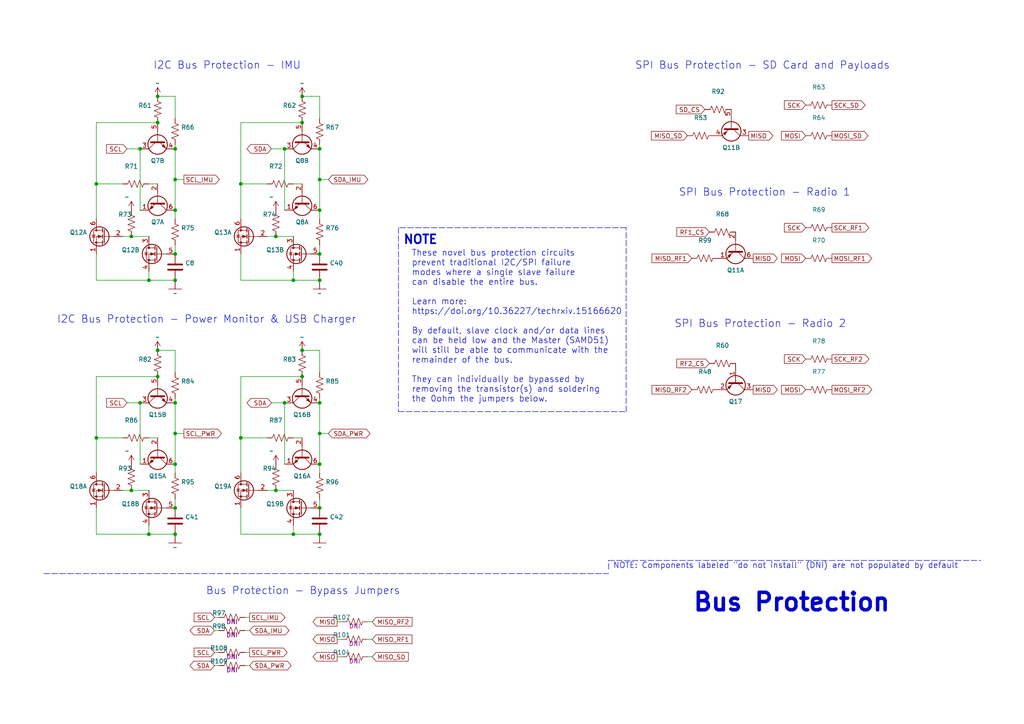
<source format=kicad_sch>
(kicad_sch (version 20211123) (generator eeschema)
  (paper "A4")
  (title_block (title "PyCubed Mainboard") (date "2021-06-09") (rev "v05c") (company "Max Holliday"))
  (lib_symbols
    (symbol "Device:C" (pin_numbers hide) (pin_names (offset 0.254))
      (property "Reference" "C" (at 0.635 2.54 0))
      (property "Value" "C" (at 0.635 -2.54 0))
      (symbol "C_0_1"
        (polyline (pts (xy -2.032 -0.762) (xy 2.032 -0.762)) (stroke (width 0.508)))
        (polyline (pts (xy -2.032 0.762) (xy 2.032 0.762)) (stroke (width 0.508)))
      )
      (symbol "C_1_1"
        (pin passive line (at 0 3.81 270) (length 2.794) (name "~") (number "1"))
        (pin passive line (at 0 -3.81 90) (length 2.794) (name "~") (number "2"))
      )
    )
    (symbol "Device:R_US" (pin_numbers hide) (pin_names (offset 0))
      (property "Reference" "R" (at 2.54 0 90))
      (property "Value" "R_US" (at -2.54 0 90))
      (symbol "R_US_0_1"
        (polyline (pts (xy 0 -2.286) (xy 0 -2.54)))
        (polyline (pts (xy 0 2.286) (xy 0 2.54)))
        (polyline (pts (xy 0 -0.762) (xy 1.016 -1.143) (xy 0 -1.524) (xy -1.016 -1.905) (xy 0 -2.286)))
        (polyline (pts (xy 0 0.762) (xy 1.016 0.381) (xy 0 0) (xy -1.016 -0.381) (xy 0 -0.762)))
        (polyline (pts (xy 0 2.286) (xy 1.016 1.905) (xy 0 1.524) (xy -1.016 1.143) (xy 0 0.762)))
      )
      (symbol "R_US_1_1"
        (pin passive line (at 0 3.81 270) (length 1.27) (name "~") (number "1"))
        (pin passive line (at 0 -3.81 90) (length 1.27) (name "~") (number "2"))
      )
    )
    (symbol "Transistor_BJT:MBT2222ADW1T1" (pin_names (offset 0) hide)
      (property "Reference" "Q" (at 5.08 1.27 0))
      (property "Value" "MBT2222ADW1T1" (at 5.08 -1.27 0))
      (symbol "MBT2222ADW1T1_0_1"
        (polyline (pts (xy 0.635 0) (xy -2.54 0)))
        (polyline (pts (xy 0.635 0.635) (xy 2.54 2.54)))
        (polyline (pts (xy 0.635 -0.635) (xy 2.54 -2.54) (xy 2.54 -2.54)))
        (polyline (pts (xy 0.635 1.905) (xy 0.635 -1.905) (xy 0.635 -1.905)) (stroke (width 0.508)))
        (polyline (pts (xy 1.27 -1.778) (xy 1.778 -1.27) (xy 2.286 -2.286) (xy 1.27 -1.778) (xy 1.27 -1.778)) (fill (type outline)))
        (circle (center 1.27 0) (radius 2.8194) (stroke (width 0.254)))
      )
      (symbol "MBT2222ADW1T1_1_1"
        (pin passive line (at 2.54 -5.08 90) (length 2.54) (name "E1") (number "1"))
        (pin input line (at -5.08 0 0) (length 2.54) (name "B1") (number "2"))
        (pin passive line (at 2.54 5.08 270) (length 2.54) (name "C1") (number "6"))
      )
      (symbol "MBT2222ADW1T1_2_1"
        (pin passive line (at 2.54 5.08 270) (length 2.54) (name "C2") (number "3"))
        (pin passive line (at 2.54 -5.08 90) (length 2.54) (name "E2") (number "4"))
        (pin input line (at -5.08 0 0) (length 2.54) (name "B2") (number "5"))
      )
    )
    (symbol "mainboard:3.3V" (power) (pin_names (offset 1.016))
      (property "Value" "3.3V" (at -1.016 3.556 0))
      (symbol "3.3V_1_0"
        (polyline (pts (xy 0 2.54) (xy -0.762 1.27)))
        (polyline (pts (xy 0.762 1.27) (xy 0 2.54)))
        (pin power_in line (at 0 0 90) (length 2.54) (name "3.3V") (number "1"))
      )
    )
    (symbol "mainboard:BSS138DWQ-7" (pin_names (offset 0.762) hide)
      (property "Reference" "Q" (at -2.54 5.08 0))
      (property "Value" "BSS138DWQ-7" (at 3.81 6.35 0))
      (symbol "BSS138DWQ-7_1_1"
        (polyline (pts (xy -1.016 0) (xy -3.81 0)))
        (polyline (pts (xy -1.016 1.905) (xy -1.016 -1.905)) (stroke (width 0.254)))
        (polyline (pts (xy -0.508 -1.27) (xy -0.508 -2.286)) (stroke (width 0.254)))
        (polyline (pts (xy -0.508 0.508) (xy -0.508 -0.508)) (stroke (width 0.254)))
        (polyline (pts (xy -0.508 2.286) (xy -0.508 1.27)) (stroke (width 0.254)))
        (polyline (pts (xy 1.27 2.54) (xy 1.27 1.778)))
        (polyline (pts (xy 1.27 -2.54) (xy 1.27 0) (xy -0.508 0)))
        (polyline (pts (xy -0.508 -1.778) (xy 2.032 -1.778) (xy 2.032 1.778) (xy -0.508 1.778)))
        (polyline (pts (xy -0.254 0) (xy 0.762 0.381) (xy 0.762 -0.381) (xy -0.254 0)) (fill (type outline)))
        (polyline (pts (xy 1.524 0.508) (xy 1.651 0.381) (xy 2.413 0.381) (xy 2.54 0.254)))
        (polyline (pts (xy 2.032 0.381) (xy 1.651 -0.254) (xy 2.413 -0.254) (xy 2.032 0.381)))
        (circle (center 0.381 0) (radius 2.794) (stroke (width 0.254)))
        (circle (center 1.27 -1.778) (radius 0.254) (fill (type outline)))
        (circle (center 1.27 1.778) (radius 0.254) (fill (type outline)))
        (pin passive line (at 1.27 -5.08 90) (length 2.54) (name "S2") (number "1"))
        (pin input line (at -6.35 0 0) (length 2.54) (name "G2") (number "2"))
        (pin passive line (at 1.27 5.08 270) (length 2.54) (name "D1") (number "6"))
      )
      (symbol "BSS138DWQ-7_2_1"
        (polyline (pts (xy -1.016 0) (xy -3.81 0)))
        (polyline (pts (xy -1.016 1.905) (xy -1.016 -1.905)) (stroke (width 0.254)))
        (polyline (pts (xy -0.508 -1.27) (xy -0.508 -2.286)) (stroke (width 0.254)))
        (polyline (pts (xy -0.508 0.508) (xy -0.508 -0.508)) (stroke (width 0.254)))
        (polyline (pts (xy -0.508 2.286) (xy -0.508 1.27)) (stroke (width 0.254)))
        (polyline (pts (xy 1.27 2.54) (xy 1.27 1.778)))
        (polyline (pts (xy 1.27 -2.54) (xy 1.27 0) (xy -0.508 0)))
        (polyline (pts (xy -0.508 -1.778) (xy 2.032 -1.778) (xy 2.032 1.778) (xy -0.508 1.778)))
        (polyline (pts (xy -0.254 0) (xy 0.762 0.381) (xy 0.762 -0.381) (xy -0.254 0)) (fill (type outline)))
        (polyline (pts (xy 1.524 0.508) (xy 1.651 0.381) (xy 2.413 0.381) (xy 2.54 0.254)))
        (polyline (pts (xy 2.032 0.381) (xy 1.651 -0.254) (xy 2.413 -0.254) (xy 2.032 0.381)))
        (circle (center 0.381 0) (radius 2.794) (stroke (width 0.254)))
        (circle (center 1.27 -1.778) (radius 0.254) (fill (type outline)))
        (circle (center 1.27 1.778) (radius 0.254) (fill (type outline)))
        (pin passive line (at 1.27 5.08 270) (length 2.54) (name "D2") (number "3"))
        (pin passive line (at 1.27 -5.08 90) (length 2.54) (name "S1") (number "4"))
        (pin input line (at -6.35 0 0) (length 2.54) (name "G1") (number "5"))
      )
    )
    (symbol "mainboard:GND" (power) (pin_names (offset 1.016))
      (property "Value" "GND" (at -2.54 -2.54 0))
      (symbol "GND_1_0"
        (polyline (pts (xy -1.905 0) (xy 1.905 0)))
        (pin power_in line (at 0 2.54 270) (length 2.54) (name "GND") (number "1"))
      )
    )
    (symbol "mainboard:MMBT2907" (pin_names (offset 0) hide)
      (property "Reference" "Q" (at 5.08 1.905 0))
      (property "Value" "MMBT2907" (at 5.08 0 0))
      (symbol "MMBT2907_0_1"
        (polyline (pts (xy 0.635 0.635) (xy 2.54 2.54)))
        (polyline (pts (xy 0.635 -0.635) (xy 2.54 -2.54) (xy 2.54 -2.54)))
        (polyline (pts (xy 0.635 1.905) (xy 0.635 -1.905) (xy 0.635 -1.905)) (stroke (width 0.508)))
        (polyline (pts (xy 2.286 -1.778) (xy 1.778 -2.286) (xy 1.27 -1.27) (xy 2.286 -1.778) (xy 2.286 -1.778)) (fill (type outline)))
        (circle (center 1.27 0) (radius 2.8194) (stroke (width 0.254)))
      )
      (symbol "MMBT2907_1_1"
        (pin input line (at -5.08 0 0) (length 5.715) (name "B") (number "1"))
        (pin passive line (at 2.54 -5.08 90) (length 2.54) (name "E") (number "2"))
        (pin passive line (at 2.54 5.08 270) (length 2.54) (name "C") (number "3"))
      )
    )
    (symbol "mainboard:MMDT2907" (pin_names (offset 0) hide)
      (property "Reference" "Q" (at 5.08 1.27 0))
      (property "Value" "MMDT2907" (at 5.08 -1.27 0))
      (symbol "MMDT2907_0_1"
        (polyline (pts (xy 0.635 0) (xy -2.54 0)))
        (polyline (pts (xy 0.635 0.635) (xy 2.54 2.54)))
        (polyline (pts (xy 0.635 -0.635) (xy 2.54 -2.54) (xy 2.54 -2.54)))
        (polyline (pts (xy 0.635 1.905) (xy 0.635 -1.905) (xy 0.635 -1.905)) (stroke (width 0.508)))
        (polyline (pts (xy 2.286 -1.778) (xy 1.778 -2.286) (xy 1.27 -1.27) (xy 2.286 -1.778) (xy 2.286 -1.778)) (fill (type outline)))
        (circle (center 1.27 0) (radius 2.8194) (stroke (width 0.254)))
      )
      (symbol "MMDT2907_1_1"
        (pin passive line (at 2.54 -5.08 90) (length 2.54) (name "E1") (number "1"))
        (pin input line (at -5.08 0 0) (length 2.54) (name "B1") (number "2"))
        (pin passive line (at 2.54 5.08 270) (length 2.54) (name "C1") (number "6"))
      )
      (symbol "MMDT2907_2_1"
        (pin passive line (at 2.54 5.08 270) (length 2.54) (name "C2") (number "3"))
        (pin passive line (at 2.54 -5.08 90) (length 2.54) (name "E2") (number "4"))
        (pin input line (at -5.08 0 0) (length 2.54) (name "B2") (number "5"))
      )
    )
  )
  (junction (at 82.55 43.18))
  (junction (at 40.64 116.84))
  (junction (at 50.8 73.66))
  (junction (at 50.8 43.18))
  (junction (at 50.8 125.73))
  (junction (at 82.55 116.84))
  (junction (at 45.72 101.6))
  (junction (at 87.63 27.94))
  (junction (at 69.85 127))
  (junction (at 50.8 147.32))
  (junction (at 92.71 147.32))
  (junction (at 43.18 81.28))
  (junction (at 80.01 142.24))
  (junction (at 92.71 43.18))
  (junction (at 50.8 60.96))
  (junction (at 87.63 35.56))
  (junction (at 40.64 43.18))
  (junction (at 50.8 116.84))
  (junction (at 45.72 27.94))
  (junction (at 45.72 35.56))
  (junction (at 92.71 125.73))
  (junction (at 27.94 53.34))
  (junction (at 92.71 60.96))
  (junction (at 69.85 53.34))
  (junction (at 50.8 52.07))
  (junction (at 50.8 134.62))
  (junction (at 43.18 154.94))
  (junction (at 38.1 68.58))
  (junction (at 38.1 142.24))
  (junction (at 92.71 81.28))
  (junction (at 92.71 154.94))
  (junction (at 87.63 101.6))
  (junction (at 27.94 127))
  (junction (at 80.01 68.58))
  (junction (at 92.71 116.84))
  (junction (at 87.63 109.22))
  (junction (at 85.09 81.28))
  (junction (at 85.09 154.94))
  (junction (at 92.71 52.07))
  (junction (at 50.8 154.94))
  (junction (at 45.72 109.22))
  (junction (at 50.8 81.28))
  (junction (at 92.71 73.66))
  (junction (at 92.71 134.62))
  (wire (pts (xy 72.39 179.07) (xy 71.12 179.07)))
  (polyline (pts (xy 176.53 165.1) (xy 176.53 162.56)))
  (polyline (pts (xy 181.61 66.04) (xy 115.57 66.04)))
  (wire (pts (xy 69.85 154.94) (xy 85.09 154.94)))
  (wire (pts (xy 27.94 63.5) (xy 27.94 53.34)))
  (wire (pts (xy 27.94 81.28) (xy 43.18 81.28)))
  (wire (pts (xy 50.8 134.62) (xy 50.8 125.73)))
  (wire (pts (xy 45.72 53.34) (xy 43.18 53.34)))
  (wire (pts (xy 107.95 185.42) (xy 106.68 185.42)))
  (wire (pts (xy 80.01 68.58) (xy 77.47 68.58)))
  (wire (pts (xy 72.39 193.04) (xy 71.12 193.04)))
  (wire (pts (xy 43.18 68.58) (xy 38.1 68.58)))
  (wire (pts (xy 69.85 35.56) (xy 87.63 35.56)))
  (wire (pts (xy 95.25 125.73) (xy 92.71 125.73)))
  (wire (pts (xy 69.85 127) (xy 77.47 127)))
  (wire (pts (xy 45.72 127) (xy 43.18 127)))
  (wire (pts (xy 50.8 27.94) (xy 45.72 27.94)))
  (wire (pts (xy 69.85 81.28) (xy 85.09 81.28)))
  (wire (pts (xy 80.01 142.24) (xy 77.47 142.24)))
  (wire (pts (xy 27.94 147.32) (xy 27.94 154.94)))
  (wire (pts (xy 85.09 81.28) (xy 92.71 81.28)))
  (wire (pts (xy 62.23 189.23) (xy 63.5 189.23)))
  (wire (pts (xy 107.95 180.34) (xy 106.68 180.34)))
  (wire (pts (xy 36.83 116.84) (xy 40.64 116.84)))
  (wire (pts (xy 92.71 63.5) (xy 92.71 60.96)))
  (wire (pts (xy 43.18 154.94) (xy 50.8 154.94)))
  (wire (pts (xy 53.34 125.73) (xy 50.8 125.73)))
  (wire (pts (xy 50.8 115.57) (xy 50.8 116.84)))
  (wire (pts (xy 43.18 78.74) (xy 43.18 81.28)))
  (wire (pts (xy 43.18 81.28) (xy 50.8 81.28)))
  (wire (pts (xy 85.09 154.94) (xy 92.71 154.94)))
  (wire (pts (xy 50.8 60.96) (xy 50.8 52.07)))
  (wire (pts (xy 69.85 127) (xy 69.85 109.22)))
  (wire (pts (xy 50.8 144.78) (xy 50.8 147.32)))
  (wire (pts (xy 50.8 52.07) (xy 50.8 43.18)))
  (wire (pts (xy 92.71 41.91) (xy 92.71 43.18)))
  (wire (pts (xy 78.74 116.84) (xy 82.55 116.84)))
  (wire (pts (xy 53.34 52.07) (xy 50.8 52.07)))
  (wire (pts (xy 50.8 137.16) (xy 50.8 134.62)))
  (wire (pts (xy 92.71 125.73) (xy 92.71 116.84)))
  (wire (pts (xy 27.94 35.56) (xy 45.72 35.56)))
  (wire (pts (xy 36.83 43.18) (xy 40.64 43.18)))
  (wire (pts (xy 69.85 63.5) (xy 69.85 53.34)))
  (wire (pts (xy 92.71 27.94) (xy 87.63 27.94)))
  (polyline (pts (xy 115.57 66.04) (xy 115.57 119.38)))
  (wire (pts (xy 95.25 52.07) (xy 92.71 52.07)))
  (wire (pts (xy 97.79 180.34) (xy 99.06 180.34)))
  (wire (pts (xy 92.71 115.57) (xy 92.71 116.84)))
  (wire (pts (xy 27.94 154.94) (xy 43.18 154.94)))
  (wire (pts (xy 69.85 53.34) (xy 77.47 53.34)))
  (wire (pts (xy 62.23 182.88) (xy 63.5 182.88)))
  (wire (pts (xy 97.79 190.5) (xy 99.06 190.5)))
  (wire (pts (xy 92.71 144.78) (xy 92.71 147.32)))
  (wire (pts (xy 27.94 127) (xy 27.94 109.22)))
  (wire (pts (xy 50.8 107.95) (xy 50.8 101.6)))
  (wire (pts (xy 62.23 193.04) (xy 63.5 193.04)))
  (wire (pts (xy 69.85 53.34) (xy 69.85 35.56)))
  (wire (pts (xy 72.39 182.88) (xy 71.12 182.88)))
  (wire (pts (xy 50.8 125.73) (xy 50.8 116.84)))
  (wire (pts (xy 27.94 109.22) (xy 45.72 109.22)))
  (wire (pts (xy 78.74 43.18) (xy 82.55 43.18)))
  (wire (pts (xy 38.1 142.24) (xy 35.56 142.24)))
  (wire (pts (xy 92.71 60.96) (xy 92.71 52.07)))
  (wire (pts (xy 43.18 142.24) (xy 38.1 142.24)))
  (wire (pts (xy 69.85 109.22) (xy 87.63 109.22)))
  (wire (pts (xy 92.71 134.62) (xy 92.71 125.73)))
  (wire (pts (xy 87.63 127) (xy 85.09 127)))
  (wire (pts (xy 85.09 152.4) (xy 85.09 154.94)))
  (wire (pts (xy 69.85 147.32) (xy 69.85 154.94)))
  (wire (pts (xy 27.94 73.66) (xy 27.94 81.28)))
  (wire (pts (xy 50.8 41.91) (xy 50.8 43.18)))
  (wire (pts (xy 92.71 52.07) (xy 92.71 43.18)))
  (wire (pts (xy 97.79 185.42) (xy 99.06 185.42)))
  (wire (pts (xy 72.39 189.23) (xy 71.12 189.23)))
  (wire (pts (xy 27.94 127) (xy 35.56 127)))
  (wire (pts (xy 92.71 107.95) (xy 92.71 101.6)))
  (polyline (pts (xy 12.7 166.37) (xy 176.53 166.37)))
  (wire (pts (xy 85.09 68.58) (xy 80.01 68.58)))
  (polyline (pts (xy 115.57 119.38) (xy 181.61 119.38)))
  (wire (pts (xy 82.55 116.84) (xy 82.55 134.62)))
  (wire (pts (xy 69.85 137.16) (xy 69.85 127)))
  (polyline (pts (xy 176.53 162.56) (xy 284.48 162.56)))
  (wire (pts (xy 92.71 137.16) (xy 92.71 134.62)))
  (wire (pts (xy 87.63 53.34) (xy 85.09 53.34)))
  (wire (pts (xy 92.71 101.6) (xy 87.63 101.6)))
  (wire (pts (xy 62.23 179.07) (xy 63.5 179.07)))
  (wire (pts (xy 40.64 43.18) (xy 40.64 60.96)))
  (wire (pts (xy 38.1 68.58) (xy 35.56 68.58)))
  (wire (pts (xy 27.94 53.34) (xy 35.56 53.34)))
  (wire (pts (xy 82.55 43.18) (xy 82.55 60.96)))
  (wire (pts (xy 50.8 71.12) (xy 50.8 73.66)))
  (polyline (pts (xy 181.61 119.38) (xy 181.61 66.04)))
  (wire (pts (xy 50.8 63.5) (xy 50.8 60.96)))
  (wire (pts (xy 50.8 101.6) (xy 45.72 101.6)))
  (wire (pts (xy 85.09 142.24) (xy 80.01 142.24)))
  (wire (pts (xy 107.95 190.5) (xy 106.68 190.5)))
  (wire (pts (xy 40.64 116.84) (xy 40.64 134.62)))
  (wire (pts (xy 85.09 78.74) (xy 85.09 81.28)))
  (wire (pts (xy 27.94 137.16) (xy 27.94 127)))
  (wire (pts (xy 92.71 71.12) (xy 92.71 73.66)))
  (wire (pts (xy 92.71 34.29) (xy 92.71 27.94)))
  (wire (pts (xy 43.18 152.4) (xy 43.18 154.94)))
  (wire (pts (xy 69.85 73.66) (xy 69.85 81.28)))
  (wire (pts (xy 27.94 53.34) (xy 27.94 35.56)))
  (wire (pts (xy 50.8 34.29) (xy 50.8 27.94)))
  (text "NOTE" (at 116.84 71.12 0) (effects (font (size 2.54 2.54) (thickness 0.508) bold) (justify left bottom)))
  (text "Bus Protection - Bypass Jumpers" (at 59.69 172.72 0) (effects (font (size 2.159 2.159)) (justify left bottom)))
  (text "These novel bus protection circuits\nprevent traditional I2C/SPI failure \nmodes where a single slave failure\ncan disable the entire bus.\n\nLearn more: \nhttps://doi.org/10.36227/techrxiv.15166620\n\nBy default, slave clock and/or data lines \ncan be held low and the Master (SAMD51) \nwill still be able to communicate with the \nremainder of the bus.\n\nThey can individually be bypassed by \nremoving the transistor(s) and soldering\nthe 0ohm the jumpers below." (at 119.38 116.84 0) (effects (font (size 1.7526 1.7526)) (justify left bottom)))
  (text "I2C Bus Protection - IMU" (at 44.45 20.32 0) (effects (font (size 2.159 2.159)) (justify left bottom)))
  (text "NOTE: Components labeled \"do not install\" (DNI) are not populated by default" (at 177.8 165.1 0) (effects (font (size 1.651 1.651)) (justify left bottom)))
  (text "I2C Bus Protection - Power Monitor & USB Charger" (at 16.51 93.98 0) (effects (font (size 2.159 2.159)) (justify left bottom)))
  (text "Bus Protection" (at 200.66 177.8 0) (effects (font (size 5.08 5.08) (thickness 1.016) bold) (justify left bottom)))
  (text "SPI Bus Protection - Radio 2" (at 195.58 95.25 0) (effects (font (size 2.159 2.159)) (justify left bottom)))
  (text "SPI Bus Protection - Radio 1" (at 196.85 57.15 0) (effects (font (size 2.159 2.159)) (justify left bottom)))
  (text "SPI Bus Protection - SD Card and Payloads" (at 184.15 20.32 0) (effects (font (size 2.159 2.159)) (justify left bottom)))
  (global_label "SCK" (shape input) (at 233.68 66.04 180) (property "Intersheet References" "${INTERSHEET_REFS}" (effects hide)))
  (global_label "SCL" (shape input) (at 62.23 179.07 180) (property "Intersheet References" "${INTERSHEET_REFS}" (effects hide)))
  (global_label "MOSI" (shape input) (at 233.68 39.37 180) (property "Intersheet References" "${INTERSHEET_REFS}" (effects hide)))
  (global_label "MISO_RF1" (shape input) (at 200.66 74.93 180) (property "Intersheet References" "${INTERSHEET_REFS}" (effects hide)))
  (global_label "MISO" (shape output) (at 97.79 185.42 180) (property "Intersheet References" "${INTERSHEET_REFS}" (effects hide)))
  (global_label "SCL" (shape input) (at 62.23 189.23 180) (property "Intersheet References" "${INTERSHEET_REFS}" (effects hide)))
  (global_label "MOSI_RF1" (shape output) (at 241.3 74.93 0) (property "Intersheet References" "${INTERSHEET_REFS}" (effects hide)))
  (global_label "RF1_CS" (shape input) (at 205.74 67.31 180) (property "Intersheet References" "${INTERSHEET_REFS}" (effects hide)))
  (global_label "MOSI" (shape input) (at 233.68 113.03 180) (property "Intersheet References" "${INTERSHEET_REFS}" (effects hide)))
  (global_label "SCL_IMU" (shape output) (at 53.34 52.07 0) (property "Intersheet References" "${INTERSHEET_REFS}" (effects hide)))
  (global_label "SCL" (shape input) (at 36.83 43.18 180) (property "Intersheet References" "${INTERSHEET_REFS}" (effects hide)))
  (global_label "SDA" (shape bidirectional) (at 78.74 43.18 180) (property "Intersheet References" "${INTERSHEET_REFS}" (effects hide)))
  (global_label "SCK" (shape input) (at 233.68 104.14 180) (property "Intersheet References" "${INTERSHEET_REFS}" (effects hide)))
  (global_label "SCL_IMU" (shape output) (at 72.39 179.07 0) (property "Intersheet References" "${INTERSHEET_REFS}" (effects hide)))
  (global_label "SDA" (shape bidirectional) (at 62.23 182.88 180) (property "Intersheet References" "${INTERSHEET_REFS}" (effects hide)))
  (global_label "MISO" (shape output) (at 97.79 190.5 180) (property "Intersheet References" "${INTERSHEET_REFS}" (effects hide)))
  (global_label "SDA_IMU" (shape bidirectional) (at 95.25 52.07 0) (property "Intersheet References" "${INTERSHEET_REFS}" (effects hide)))
  (global_label "SDA_PWR" (shape bidirectional) (at 72.39 193.04 0) (property "Intersheet References" "${INTERSHEET_REFS}" (effects hide)))
  (global_label "MISO_RF2" (shape input) (at 200.66 113.03 180) (property "Intersheet References" "${INTERSHEET_REFS}" (effects hide)))
  (global_label "RF2_CS" (shape input) (at 205.74 105.41 180) (property "Intersheet References" "${INTERSHEET_REFS}" (effects hide)))
  (global_label "MISO_SD" (shape input) (at 107.95 190.5 0) (property "Intersheet References" "${INTERSHEET_REFS}" (effects hide)))
  (global_label "SCK_RF2" (shape output) (at 241.3 104.14 0) (property "Intersheet References" "${INTERSHEET_REFS}" (effects hide)))
  (global_label "MISO_RF1" (shape input) (at 107.95 185.42 0) (property "Intersheet References" "${INTERSHEET_REFS}" (effects hide)))
  (global_label "MOSI_SD" (shape output) (at 241.3 39.37 0) (property "Intersheet References" "${INTERSHEET_REFS}" (effects hide)))
  (global_label "MOSI" (shape input) (at 233.68 74.93 180) (property "Intersheet References" "${INTERSHEET_REFS}" (effects hide)))
  (global_label "SCK_RF1" (shape output) (at 241.3 66.04 0) (property "Intersheet References" "${INTERSHEET_REFS}" (effects hide)))
  (global_label "SDA_IMU" (shape bidirectional) (at 72.39 182.88 0) (property "Intersheet References" "${INTERSHEET_REFS}" (effects hide)))
  (global_label "SCL" (shape input) (at 36.83 116.84 180) (property "Intersheet References" "${INTERSHEET_REFS}" (effects hide)))
  (global_label "MISO" (shape output) (at 218.44 74.93 0) (property "Intersheet References" "${INTERSHEET_REFS}" (effects hide)))
  (global_label "MOSI_RF2" (shape output) (at 241.3 113.03 0) (property "Intersheet References" "${INTERSHEET_REFS}" (effects hide)))
  (global_label "SCK_SD" (shape output) (at 241.3 30.48 0) (property "Intersheet References" "${INTERSHEET_REFS}" (effects hide)))
  (global_label "SD_CS" (shape input) (at 204.47 31.75 180) (property "Intersheet References" "${INTERSHEET_REFS}" (effects hide)))
  (global_label "SCK" (shape input) (at 233.68 30.48 180) (property "Intersheet References" "${INTERSHEET_REFS}" (effects hide)))
  (global_label "SCL_PWR" (shape output) (at 53.34 125.73 0) (property "Intersheet References" "${INTERSHEET_REFS}" (effects hide)))
  (global_label "MISO_SD" (shape input) (at 199.39 39.37 180) (property "Intersheet References" "${INTERSHEET_REFS}" (effects hide)))
  (global_label "MISO" (shape output) (at 97.79 180.34 180) (property "Intersheet References" "${INTERSHEET_REFS}" (effects hide)))
  (global_label "MISO" (shape output) (at 218.44 113.03 0) (property "Intersheet References" "${INTERSHEET_REFS}" (effects hide)))
  (global_label "SDA" (shape bidirectional) (at 62.23 193.04 180) (property "Intersheet References" "${INTERSHEET_REFS}" (effects hide)))
  (global_label "SDA" (shape bidirectional) (at 78.74 116.84 180) (property "Intersheet References" "${INTERSHEET_REFS}" (effects hide)))
  (global_label "MISO_RF2" (shape input) (at 107.95 180.34 0) (property "Intersheet References" "${INTERSHEET_REFS}" (effects hide)))
  (global_label "SDA_PWR" (shape bidirectional) (at 95.25 125.73 0) (property "Intersheet References" "${INTERSHEET_REFS}" (effects hide)))
  (global_label "SCL_PWR" (shape output) (at 72.39 189.23 0) (property "Intersheet References" "${INTERSHEET_REFS}" (effects hide)))
  (global_label "MISO" (shape output) (at 217.17 39.37 0) (property "Intersheet References" "${INTERSHEET_REFS}" (effects hide)))
  (symbol (lib_id "mainboard:BSS138DWQ-7") (at 29.21 68.58 0) (mirror y) (unit 1)
    (property "Reference" "Q12" (at 25.273 67.4116 0) (effects (justify left)))
    (property "Datasheet" "https://www.diodes.com/assets/Datasheets/BSS138DWQ.pdf" (effects hide))
    (property "Description" "Dual N-Channel MOSFET - 2NMOS" (effects hide))
    (property "Flight" "BSS138DWQ-7" (effects hide))
    (property "Manufacturer_Name" "Diodes Incorporated" (effects hide))
    (property "Manufacturer_Part_Number" "BSS138DWQ-7" (effects hide))
    (property "Proto" "BSS138DWQ-7" (effects hide))
  )
  (symbol (lib_id "mainboard:BSS138DWQ-7") (at 44.45 73.66 0) (mirror y) (unit 2)
    (property "Reference" "Q12" (at 40.513 72.4916 0) (effects (justify left)))
    (property "Datasheet" "https://www.diodes.com/assets/Datasheets/BSS138DWQ.pdf" (effects hide))
    (property "Description" "Dual N-Channel MOSFET - 2NMOS" (effects hide))
    (property "Flight" "BSS138DWQ-7" (effects hide))
    (property "Manufacturer_Name" "Diodes Incorporated" (effects hide))
    (property "Manufacturer_Part_Number" "BSS138DWQ-7" (effects hide))
    (property "Proto" "BSS138DWQ-7" (effects hide))
  )
  (symbol (lib_id "Transistor_BJT:MBT2222ADW1T1") (at 45.72 58.42 270) (unit 1)
    (property "Reference" "Q7" (at 45.72 64.4144 90))
    (property "Datasheet" "http://www.onsemi.com/pub_link/Collateral/MBT2222ADW1T1-D.PDF" (effects hide))
    (property "Description" "Dual NPN BJT - 2NPN" (effects hide))
    (property "Flight" "MBT2222ADW1T1G" (effects hide))
    (property "Manufacturer_Name" "ON Semiconductor" (effects hide))
    (property "Manufacturer_Part_Number" "MBT2222ADW1T1G" (effects hide))
    (property "Proto" "MBT2222ADW1T1G" (effects hide))
  )
  (symbol (lib_id "Transistor_BJT:MBT2222ADW1T1") (at 45.72 40.64 90) (mirror x) (unit 2)
    (property "Reference" "Q7" (at 45.72 46.609 90))
    (property "Datasheet" "http://www.onsemi.com/pub_link/Collateral/MBT2222ADW1T1-D.PDF" (effects hide))
    (property "Description" "Dual NPN BJT - 2NPN" (effects hide))
    (property "Flight" "MBT2222ADW1T1G" (effects hide))
    (property "Manufacturer_Name" "ON Semiconductor" (effects hide))
    (property "Manufacturer_Part_Number" "MBT2222ADW1T1G" (effects hide))
    (property "Proto" "MBT2222ADW1T1G" (effects hide))
  )
  (symbol (lib_id "Device:C") (at 50.8 77.47 0) (unit 1)
    (property "Reference" "C8" (at 53.721 76.3016 0) (effects (justify left)))
    (property "Description" "10nF +-10% 50V X7R" (effects hide))
  )
  (symbol (lib_id "mainboard:GND") (at 50.8 83.82 0) (unit 1)
    (property "Reference" "#GND045" (effects hide))
  )
  (symbol (lib_id "Device:R_US") (at 50.8 38.1 0) (unit 1)
    (property "Reference" "R66" (at 52.5272 36.9316 0) (effects (justify left)))
    (property "Description" "10K 0603" (effects hide))
  )
  (symbol (lib_id "Device:R_US") (at 45.72 31.75 0) (unit 1)
    (property "Reference" "R61" (at 44.0182 30.5816 0) (effects (justify right)))
    (property "Description" "10K 0603" (effects hide))
  )
  (symbol (lib_id "mainboard:3.3V") (at 45.72 27.94 0) (unit 1)
    (property "Reference" "#P+01" (effects hide))
  )
  (symbol (lib_id "Device:R_US") (at 39.37 53.34 270) (unit 1)
    (property "Reference" "R71" (at 38.1 48.26 90))
    (property "Description" "680 0603" (effects hide))
  )
  (symbol (lib_id "Device:R_US") (at 38.1 64.77 0) (unit 1)
    (property "Reference" "R73" (at 34.29 62.23 0) (effects (justify left)))
    (property "Description" "100K 0603" (effects hide))
  )
  (symbol (lib_id "mainboard:3.3V") (at 38.1 60.96 0) (unit 1)
    (property "Reference" "#P+07" (effects hide))
  )
  (symbol (lib_id "Device:R_US") (at 50.8 67.31 0) (unit 1)
    (property "Reference" "R75" (at 52.5272 66.1416 0) (effects (justify left)))
    (property "Description" "200K 0603" (effects hide))
  )
  (symbol (lib_id "Transistor_BJT:MBT2222ADW1T1") (at 87.63 58.42 270) (unit 1)
    (property "Reference" "Q8" (at 87.63 64.4144 90))
    (property "Datasheet" "http://www.onsemi.com/pub_link/Collateral/MBT2222ADW1T1-D.PDF" (effects hide))
    (property "Description" "Dual NPN BJT - 2NPN" (effects hide))
    (property "Flight" "MBT2222ADW1T1G" (effects hide))
    (property "Manufacturer_Name" "ON Semiconductor" (effects hide))
    (property "Manufacturer_Part_Number" "MBT2222ADW1T1G" (effects hide))
    (property "Proto" "MBT2222ADW1T1G" (effects hide))
  )
  (symbol (lib_id "Transistor_BJT:MBT2222ADW1T1") (at 87.63 40.64 90) (mirror x) (unit 2)
    (property "Reference" "Q8" (at 87.63 46.609 90))
    (property "Datasheet" "http://www.onsemi.com/pub_link/Collateral/MBT2222ADW1T1-D.PDF" (effects hide))
    (property "Description" "Dual NPN BJT - 2NPN" (effects hide))
    (property "Flight" "MBT2222ADW1T1G" (effects hide))
    (property "Manufacturer_Name" "ON Semiconductor" (effects hide))
    (property "Manufacturer_Part_Number" "MBT2222ADW1T1G" (effects hide))
    (property "Proto" "MBT2222ADW1T1G" (effects hide))
  )
  (symbol (lib_id "Device:C") (at 92.71 77.47 0) (unit 1)
    (property "Reference" "C40" (at 95.631 76.3016 0) (effects (justify left)))
    (property "Description" "10nF +-10% 50V X7R" (effects hide))
  )
  (symbol (lib_id "mainboard:GND") (at 92.71 83.82 0) (unit 1)
    (property "Reference" "#GND046" (effects hide))
  )
  (symbol (lib_id "Device:R_US") (at 87.63 31.75 0) (unit 1)
    (property "Reference" "R62" (at 85.9282 30.5816 0) (effects (justify right)))
    (property "Description" "10K 0603" (effects hide))
  )
  (symbol (lib_id "mainboard:3.3V") (at 87.63 27.94 0) (unit 1)
    (property "Reference" "#P+02" (effects hide))
  )
  (symbol (lib_id "Device:R_US") (at 81.28 53.34 270) (unit 1)
    (property "Reference" "R72" (at 80.01 48.26 90))
    (property "Description" "680 0603" (effects hide))
  )
  (symbol (lib_id "mainboard:BSS138DWQ-7") (at 86.36 73.66 0) (mirror y) (unit 2)
    (property "Reference" "Q13" (at 82.423 72.4916 0) (effects (justify left)))
    (property "Datasheet" "https://www.diodes.com/assets/Datasheets/BSS138DWQ.pdf" (effects hide))
    (property "Description" "Dual N-Channel MOSFET - 2NMOS" (effects hide))
    (property "Flight" "BSS138DWQ-7" (effects hide))
    (property "Manufacturer_Name" "Diodes Incorporated" (effects hide))
    (property "Manufacturer_Part_Number" "BSS138DWQ-7" (effects hide))
    (property "Proto" "BSS138DWQ-7" (effects hide))
  )
  (symbol (lib_id "Device:R_US") (at 92.71 67.31 0) (unit 1)
    (property "Reference" "R76" (at 94.4372 66.1416 0) (effects (justify left)))
    (property "Description" "200K 0603" (effects hide))
  )
  (symbol (lib_id "mainboard:3.3V") (at 80.01 60.96 0) (unit 1)
    (property "Reference" "#P+08" (effects hide))
  )
  (symbol (lib_id "Device:R_US") (at 80.01 64.77 0) (unit 1)
    (property "Reference" "R74" (at 76.2 62.23 0) (effects (justify left)))
    (property "Description" "100K 0603" (effects hide))
  )
  (symbol (lib_id "mainboard:BSS138DWQ-7") (at 71.12 68.58 0) (mirror y) (unit 1)
    (property "Reference" "Q13" (at 67.183 67.4116 0) (effects (justify left)))
    (property "Datasheet" "https://www.diodes.com/assets/Datasheets/BSS138DWQ.pdf" (effects hide))
    (property "Description" "Dual N-Channel MOSFET - 2NMOS" (effects hide))
    (property "Flight" "BSS138DWQ-7" (effects hide))
    (property "Manufacturer_Name" "Diodes Incorporated" (effects hide))
    (property "Manufacturer_Part_Number" "BSS138DWQ-7" (effects hide))
    (property "Proto" "BSS138DWQ-7" (effects hide))
  )
  (symbol (lib_id "Device:R_US") (at 92.71 38.1 0) (unit 1)
    (property "Reference" "R67" (at 94.4372 36.9316 0) (effects (justify left)))
    (property "Description" "10K 0603" (effects hide))
  )
  (symbol (lib_id "Transistor_BJT:MBT2222ADW1T1") (at 45.72 114.3 90) (mirror x) (unit 2)
    (property "Reference" "Q15" (at 45.72 120.269 90))
    (property "Datasheet" "http://www.onsemi.com/pub_link/Collateral/MBT2222ADW1T1-D.PDF" (effects hide))
    (property "Description" "Dual NPN BJT - 2NPN" (effects hide))
    (property "Flight" "MBT2222ADW1T1G" (effects hide))
    (property "Manufacturer_Name" "ON Semiconductor" (effects hide))
    (property "Manufacturer_Part_Number" "MBT2222ADW1T1G" (effects hide))
    (property "Proto" "MBT2222ADW1T1G" (effects hide))
  )
  (symbol (lib_id "Device:C") (at 50.8 151.13 0) (unit 1)
    (property "Reference" "C41" (at 53.721 149.9616 0) (effects (justify left)))
    (property "Description" "10nF +-10% 50V X7R" (effects hide))
  )
  (symbol (lib_id "mainboard:GND") (at 50.8 157.48 0) (unit 1)
    (property "Reference" "#GND050" (effects hide))
  )
  (symbol (lib_id "Device:R_US") (at 45.72 105.41 0) (unit 1)
    (property "Reference" "R82" (at 44.0182 104.2416 0) (effects (justify right)))
    (property "Description" "10K 0603" (effects hide))
  )
  (symbol (lib_id "mainboard:3.3V") (at 45.72 101.6 0) (unit 1)
    (property "Reference" "#P+012" (effects hide))
  )
  (symbol (lib_id "Device:R_US") (at 39.37 127 270) (unit 1)
    (property "Reference" "R86" (at 38.1 121.92 90))
    (property "Description" "680 0603" (effects hide))
  )
  (symbol (lib_id "mainboard:BSS138DWQ-7") (at 44.45 147.32 0) (mirror y) (unit 2)
    (property "Reference" "Q18" (at 40.513 146.1516 0) (effects (justify left)))
    (property "Datasheet" "https://www.diodes.com/assets/Datasheets/BSS138DWQ.pdf" (effects hide))
    (property "Description" "Dual N-Channel MOSFET - 2NMOS" (effects hide))
    (property "Flight" "BSS138DWQ-7" (effects hide))
    (property "Manufacturer_Name" "Diodes Incorporated" (effects hide))
    (property "Manufacturer_Part_Number" "BSS138DWQ-7" (effects hide))
    (property "Proto" "BSS138DWQ-7" (effects hide))
  )
  (symbol (lib_id "Device:R_US") (at 50.8 140.97 0) (unit 1)
    (property "Reference" "R95" (at 52.5272 139.8016 0) (effects (justify left)))
    (property "Description" "200K 0603" (effects hide))
  )
  (symbol (lib_id "mainboard:3.3V") (at 38.1 134.62 0) (unit 1)
    (property "Reference" "#P+017" (effects hide))
  )
  (symbol (lib_id "Device:R_US") (at 38.1 138.43 0) (unit 1)
    (property "Reference" "R93" (at 34.29 135.89 0) (effects (justify left)))
    (property "Description" "100K 0603" (effects hide))
  )
  (symbol (lib_id "mainboard:BSS138DWQ-7") (at 29.21 142.24 0) (mirror y) (unit 1)
    (property "Reference" "Q18" (at 25.273 141.0716 0) (effects (justify left)))
    (property "Datasheet" "https://www.diodes.com/assets/Datasheets/BSS138DWQ.pdf" (effects hide))
    (property "Description" "Dual N-Channel MOSFET - 2NMOS" (effects hide))
    (property "Flight" "BSS138DWQ-7" (effects hide))
    (property "Manufacturer_Name" "Diodes Incorporated" (effects hide))
    (property "Manufacturer_Part_Number" "BSS138DWQ-7" (effects hide))
    (property "Proto" "BSS138DWQ-7" (effects hide))
  )
  (symbol (lib_id "Device:R_US") (at 50.8 111.76 0) (unit 1)
    (property "Reference" "R84" (at 52.5272 110.5916 0) (effects (justify left)))
    (property "Description" "10K 0603" (effects hide))
  )
  (symbol (lib_id "Transistor_BJT:MBT2222ADW1T1") (at 87.63 114.3 90) (mirror x) (unit 2)
    (property "Reference" "Q16" (at 87.63 120.269 90))
    (property "Datasheet" "http://www.onsemi.com/pub_link/Collateral/MBT2222ADW1T1-D.PDF" (effects hide))
    (property "Description" "Dual NPN BJT - 2NPN" (effects hide))
    (property "Flight" "MBT2222ADW1T1G" (effects hide))
    (property "Manufacturer_Name" "ON Semiconductor" (effects hide))
    (property "Manufacturer_Part_Number" "MBT2222ADW1T1G" (effects hide))
    (property "Proto" "MBT2222ADW1T1G" (effects hide))
  )
  (symbol (lib_id "Device:C") (at 92.71 151.13 0) (unit 1)
    (property "Reference" "C42" (at 95.631 149.9616 0) (effects (justify left)))
    (property "Description" "10nF +-10% 50V X7R" (effects hide))
  )
  (symbol (lib_id "mainboard:GND") (at 92.71 157.48 0) (unit 1)
    (property "Reference" "#GND053" (effects hide))
  )
  (symbol (lib_id "Device:R_US") (at 87.63 105.41 0) (unit 1)
    (property "Reference" "R83" (at 85.9282 104.2416 0) (effects (justify right)))
    (property "Description" "10K 0603" (effects hide))
  )
  (symbol (lib_id "mainboard:3.3V") (at 87.63 101.6 0) (unit 1)
    (property "Reference" "#P+013" (effects hide))
  )
  (symbol (lib_id "Device:R_US") (at 81.28 127 270) (unit 1)
    (property "Reference" "R87" (at 80.01 121.92 90))
    (property "Description" "680 0603" (effects hide))
  )
  (symbol (lib_id "mainboard:BSS138DWQ-7") (at 86.36 147.32 0) (mirror y) (unit 2)
    (property "Reference" "Q19" (at 82.423 146.1516 0) (effects (justify left)))
    (property "Datasheet" "https://www.diodes.com/assets/Datasheets/BSS138DWQ.pdf" (effects hide))
    (property "Description" "Dual N-Channel MOSFET - 2NMOS" (effects hide))
    (property "Flight" "BSS138DWQ-7" (effects hide))
    (property "Manufacturer_Name" "Diodes Incorporated" (effects hide))
    (property "Manufacturer_Part_Number" "BSS138DWQ-7" (effects hide))
    (property "Proto" "BSS138DWQ-7" (effects hide))
  )
  (symbol (lib_id "Device:R_US") (at 92.71 140.97 0) (unit 1)
    (property "Reference" "R96" (at 94.4372 139.8016 0) (effects (justify left)))
    (property "Description" "200K 0603" (effects hide))
  )
  (symbol (lib_id "mainboard:3.3V") (at 80.01 134.62 0) (unit 1)
    (property "Reference" "#P+018" (effects hide))
  )
  (symbol (lib_id "Device:R_US") (at 80.01 138.43 0) (unit 1)
    (property "Reference" "R94" (at 76.2 135.89 0) (effects (justify left)))
    (property "Description" "100K 0603" (effects hide))
  )
  (symbol (lib_id "mainboard:BSS138DWQ-7") (at 71.12 142.24 0) (mirror y) (unit 1)
    (property "Reference" "Q19" (at 67.183 141.0716 0) (effects (justify left)))
    (property "Datasheet" "https://www.diodes.com/assets/Datasheets/BSS138DWQ.pdf" (effects hide))
    (property "Description" "Dual N-Channel MOSFET - 2NMOS" (effects hide))
    (property "Flight" "BSS138DWQ-7" (effects hide))
    (property "Manufacturer_Name" "Diodes Incorporated" (effects hide))
    (property "Manufacturer_Part_Number" "BSS138DWQ-7" (effects hide))
    (property "Proto" "BSS138DWQ-7" (effects hide))
  )
  (symbol (lib_id "Device:R_US") (at 92.71 111.76 0) (unit 1)
    (property "Reference" "R85" (at 94.4372 110.5916 0) (effects (justify left)))
    (property "Description" "10K 0603" (effects hide))
  )
  (symbol (lib_id "Device:R_US") (at 209.55 67.31 270) (unit 1)
    (property "Reference" "R68" (at 209.55 62.103 90))
    (property "Description" "4.7K 0603" (effects hide))
  )
  (symbol (lib_id "Device:R_US") (at 237.49 30.48 270) (unit 1)
    (property "Reference" "R63" (at 237.49 25.273 90))
    (property "Description" "1K 0603" (effects hide))
  )
  (symbol (lib_id "Device:R_US") (at 237.49 66.04 270) (unit 1)
    (property "Reference" "R69" (at 237.49 60.833 90))
    (property "Description" "1K 0603" (effects hide))
  )
  (symbol (lib_id "Device:R_US") (at 237.49 39.37 270) (unit 1)
    (property "Reference" "R64" (at 237.49 34.163 90))
    (property "Description" "1K 0603" (effects hide))
  )
  (symbol (lib_id "Transistor_BJT:MBT2222ADW1T1") (at 45.72 132.08 270) (unit 1)
    (property "Reference" "Q15" (at 45.72 138.0744 90))
    (property "Datasheet" "http://www.onsemi.com/pub_link/Collateral/MBT2222ADW1T1-D.PDF" (effects hide))
    (property "Description" "Dual NPN BJT - 2NPN" (effects hide))
    (property "Flight" "MBT2222ADW1T1G" (effects hide))
    (property "Manufacturer_Name" "ON Semiconductor" (effects hide))
    (property "Manufacturer_Part_Number" "MBT2222ADW1T1G" (effects hide))
    (property "Proto" "MBT2222ADW1T1G" (effects hide))
  )
  (symbol (lib_id "Device:R_US") (at 237.49 113.03 270) (unit 1)
    (property "Reference" "R77" (at 237.49 107.823 90))
    (property "Description" "1K 0603" (effects hide))
  )
  (symbol (lib_id "Transistor_BJT:MBT2222ADW1T1") (at 87.63 132.08 270) (unit 1)
    (property "Reference" "Q16" (at 87.63 138.0744 90))
    (property "Datasheet" "http://www.onsemi.com/pub_link/Collateral/MBT2222ADW1T1-D.PDF" (effects hide))
    (property "Description" "Dual NPN BJT - 2NPN" (effects hide))
    (property "Flight" "MBT2222ADW1T1G" (effects hide))
    (property "Manufacturer_Name" "ON Semiconductor" (effects hide))
    (property "Manufacturer_Part_Number" "MBT2222ADW1T1G" (effects hide))
    (property "Proto" "MBT2222ADW1T1G" (effects hide))
  )
  (symbol (lib_id "Device:R_US") (at 237.49 104.14 270) (unit 1)
    (property "Reference" "R78" (at 237.49 98.933 90))
    (property "Description" "1K 0603" (effects hide))
  )
  (symbol (lib_id "Device:R_US") (at 67.31 193.04 270) (unit 1)
    (property "Reference" "R109" (at 63.5 191.77 90))
    (property "DNI" "DNI" (at 67.31 194.31 90))
    (property "Description" "0 0603" (effects hide))
  )
  (symbol (lib_id "Device:R_US") (at 67.31 179.07 270) (unit 1)
    (property "Reference" "R97" (at 63.5 177.8 90))
    (property "DNI" "DNI" (at 67.31 180.34 90))
    (property "Description" "0 0603" (effects hide))
  )
  (symbol (lib_id "Device:R_US") (at 67.31 182.88 270) (unit 1)
    (property "Reference" "R98" (at 63.5 181.61 90))
    (property "DNI" "DNI" (at 67.31 184.15 90))
    (property "Description" "0 0603" (effects hide))
  )
  (symbol (lib_id "Device:R_US") (at 102.87 185.42 270) (unit 1)
    (property "Reference" "R101" (at 99.06 184.15 90))
    (property "DNI" "DNI" (at 102.87 186.69 90))
    (property "Description" "0 0603" (effects hide))
  )
  (symbol (lib_id "Device:R_US") (at 102.87 190.5 270) (unit 1)
    (property "Reference" "R104" (at 99.06 189.23 90))
    (property "DNI" "DNI" (at 102.87 191.77 90))
    (property "Description" "0 0603" (effects hide))
  )
  (symbol (lib_id "Device:R_US") (at 67.31 189.23 270) (unit 1)
    (property "Reference" "R108" (at 63.5 187.96 90))
    (property "DNI" "DNI" (at 67.31 190.5 90))
    (property "Description" "0 0603" (effects hide))
  )
  (symbol (lib_id "Device:R_US") (at 102.87 180.34 270) (unit 1)
    (property "Reference" "R107" (at 99.06 179.07 90))
    (property "DNI" "DNI" (at 102.87 181.61 90))
    (property "Description" "0 0603" (effects hide))
  )
  (symbol (lib_id "Device:R_US") (at 204.47 74.93 270) (unit 1)
    (property "Reference" "R99" (at 204.47 69.723 90))
    (property "Description" "0 0603" (effects hide))
  )
  (symbol (lib_id "Device:R_US") (at 237.49 74.93 90) (unit 1)
    (property "Reference" "R70" (at 237.49 69.723 90))
    (property "Description" "1K 0603" (effects hide))
  )
  (symbol (lib_id "Device:R_US") (at 204.47 113.03 270) (unit 1)
    (property "Reference" "R48" (at 204.47 107.823 90))
    (property "Description" "0 0603" (effects hide))
  )
  (symbol (lib_id "Device:R_US") (at 209.55 105.41 270) (unit 1)
    (property "Reference" "R60" (at 209.55 100.203 90))
    (property "Description" "4.7k 0603" (effects hide))
  )
  (symbol (lib_id "Device:R_US") (at 203.2 39.37 270) (unit 1)
    (property "Reference" "R53" (at 203.2 34.163 90))
    (property "Description" "0 0603" (effects hide))
  )
  (symbol (lib_id "Device:R_US") (at 208.28 31.75 270) (unit 1)
    (property "Reference" "R92" (at 208.28 26.543 90))
    (property "Description" "4.7k 0603" (effects hide))
  )
  (symbol (lib_id "mainboard:MMDT2907") (at 213.36 72.39 270) (unit 1)
    (property "Reference" "Q11" (at 213.36 78.359 90))
    (property "Datasheet" "https://www.diodes.com/assets/Datasheets/MMDT2907AQ.pdf" (effects hide))
    (property "Description" "Dual PNP BJT - 2PNP" (effects hide))
    (property "Flight" "MMDT2907AQ-7-F" (effects hide))
    (property "Manufacturer_Name" "Diodes Incorporated" (effects hide))
    (property "Manufacturer_Part_Number" "MMDT2907AQ-7-F" (effects hide))
    (property "Proto" "MMDT2907A" (effects hide))
  )
  (symbol (lib_id "mainboard:MMDT2907") (at 212.09 36.83 270) (unit 2)
    (property "Reference" "Q11" (at 212.09 42.799 90))
    (property "Datasheet" "https://www.diodes.com/assets/Datasheets/MMDT2907AQ.pdf" (effects hide))
    (property "Description" "Dual PNP BJT - 2PNP" (effects hide))
    (property "Flight" "MMDT2907AQ-7-F" (effects hide))
    (property "Manufacturer_Name" "Diodes Incorporated" (effects hide))
    (property "Manufacturer_Part_Number" "MMDT2907AQ-7-F" (effects hide))
    (property "Proto" "MMDT2907A" (effects hide))
  )
  (symbol (lib_id "mainboard:MMBT2907") (at 213.36 110.49 270) (unit 1)
    (property "Reference" "Q17" (at 213.36 116.459 90))
    (property "Datasheet" "https://www.diodes.com/assets/Datasheets/ds30040.pdf" (effects hide))
    (property "Description" "Single PNP BJT" (effects hide))
    (property "Flight" "MMBT2907ALT1G" (effects hide))
    (property "Manufacturer_Name" "ON Semiconductor" (effects hide))
    (property "Manufacturer_Part_Number" "MMBT2907ALT1G" (effects hide))
    (property "Proto" "MMBT2907A" (effects hide))
  )
)
</source>
